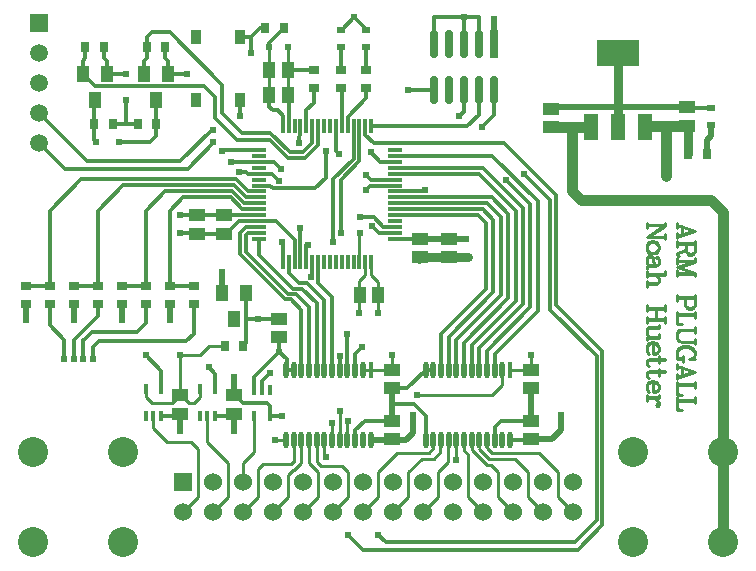
<source format=gtl>
%FSLAX25Y25*%
%MOIN*%
G70*
G01*
G75*
G04 Layer_Physical_Order=1*
G04 Layer_Color=255*
%ADD10R,0.05200X0.04250*%
%ADD11R,0.04250X0.05200*%
%ADD12R,0.03150X0.02362*%
%ADD13R,0.03400X0.03100*%
%ADD14R,0.03100X0.03400*%
%ADD15R,0.03200X0.05000*%
%ADD16R,0.04724X0.01181*%
%ADD17R,0.01181X0.04724*%
%ADD18R,0.01772X0.05709*%
%ADD19O,0.01772X0.05709*%
%ADD20R,0.14000X0.08900*%
%ADD21R,0.04700X0.08600*%
%ADD22R,0.04000X0.05500*%
%ADD23R,0.01600X0.03500*%
%ADD24R,0.02992X0.09449*%
%ADD25O,0.02992X0.09449*%
%ADD26C,0.01200*%
%ADD27C,0.02000*%
%ADD28C,0.03000*%
%ADD29C,0.01000*%
%ADD30C,0.03500*%
%ADD31R,0.06000X0.06000*%
%ADD32C,0.06000*%
%ADD33C,0.10000*%
%ADD34R,0.05906X0.05906*%
%ADD35C,0.05906*%
%ADD36C,0.02400*%
%ADD37C,0.03000*%
D10*
X129500Y60625D02*
D03*
Y54375D02*
D03*
X129500Y71375D02*
D03*
Y77625D02*
D03*
X182500Y158375D02*
D03*
Y164625D02*
D03*
X228000Y158875D02*
D03*
Y165125D02*
D03*
X92000Y94625D02*
D03*
Y88375D02*
D03*
X73500Y129000D02*
D03*
Y122750D02*
D03*
X64500Y122750D02*
D03*
Y129000D02*
D03*
X139000Y121250D02*
D03*
Y115000D02*
D03*
X148500Y121250D02*
D03*
Y115000D02*
D03*
X176000Y60625D02*
D03*
Y54375D02*
D03*
X176000Y71375D02*
D03*
Y77625D02*
D03*
X59000Y69125D02*
D03*
Y62875D02*
D03*
X77000Y69125D02*
D03*
Y62875D02*
D03*
D11*
X88750Y177500D02*
D03*
X95000D02*
D03*
X88750Y169000D02*
D03*
X95000D02*
D03*
X125125Y102500D02*
D03*
X118875D02*
D03*
D12*
X236000Y159146D02*
D03*
Y164854D02*
D03*
X121000Y185146D02*
D03*
Y190854D02*
D03*
X112500Y185146D02*
D03*
Y190854D02*
D03*
D13*
X103500Y177550D02*
D03*
Y171450D02*
D03*
X63500Y105550D02*
D03*
Y99450D02*
D03*
X47500Y105550D02*
D03*
Y99450D02*
D03*
X31500Y105550D02*
D03*
Y99450D02*
D03*
X15500Y105550D02*
D03*
Y99450D02*
D03*
X55500D02*
D03*
Y105550D02*
D03*
X39500Y99450D02*
D03*
Y105550D02*
D03*
X23500Y99450D02*
D03*
Y105550D02*
D03*
X7500Y99450D02*
D03*
Y105550D02*
D03*
X121000Y177550D02*
D03*
Y171450D02*
D03*
X112500Y177550D02*
D03*
Y171450D02*
D03*
D14*
X80050Y85500D02*
D03*
X73950D02*
D03*
X228450Y149500D02*
D03*
X234550D02*
D03*
X87450Y191500D02*
D03*
X93550D02*
D03*
X27450Y185000D02*
D03*
X33550D02*
D03*
X47950D02*
D03*
X54050D02*
D03*
X51050Y159500D02*
D03*
X44950D02*
D03*
X30450D02*
D03*
X36550D02*
D03*
D15*
X64400Y167500D02*
D03*
Y188500D02*
D03*
X79000Y167500D02*
D03*
Y188500D02*
D03*
D16*
X85362Y150764D02*
D03*
Y148795D02*
D03*
Y146827D02*
D03*
Y144858D02*
D03*
Y142890D02*
D03*
Y140921D02*
D03*
Y138953D02*
D03*
Y136984D02*
D03*
Y135016D02*
D03*
Y133047D02*
D03*
Y131079D02*
D03*
Y129110D02*
D03*
Y127142D02*
D03*
Y125173D02*
D03*
Y123205D02*
D03*
Y121236D02*
D03*
X130638D02*
D03*
Y123205D02*
D03*
Y125173D02*
D03*
Y127142D02*
D03*
Y129110D02*
D03*
Y131079D02*
D03*
Y133047D02*
D03*
Y135016D02*
D03*
Y136984D02*
D03*
Y138953D02*
D03*
Y140921D02*
D03*
Y142890D02*
D03*
Y144858D02*
D03*
Y146827D02*
D03*
Y148795D02*
D03*
Y150764D02*
D03*
D17*
X93236Y113362D02*
D03*
X95205D02*
D03*
X97173D02*
D03*
X99142D02*
D03*
X101110D02*
D03*
X103079D02*
D03*
X105047D02*
D03*
X107016D02*
D03*
X108984D02*
D03*
X110953D02*
D03*
X112921D02*
D03*
X114890D02*
D03*
X116858D02*
D03*
X118827D02*
D03*
X120795D02*
D03*
X122764D02*
D03*
Y158638D02*
D03*
X120795D02*
D03*
X118827D02*
D03*
X116858D02*
D03*
X114890D02*
D03*
X112921D02*
D03*
X110953D02*
D03*
X108984D02*
D03*
X107016D02*
D03*
X105047D02*
D03*
X103079D02*
D03*
X101110D02*
D03*
X99142D02*
D03*
X97173D02*
D03*
X95205D02*
D03*
X93236D02*
D03*
D18*
X122500Y77500D02*
D03*
X169000D02*
D03*
D19*
X119941D02*
D03*
X117382D02*
D03*
X114823D02*
D03*
X112264D02*
D03*
X109705D02*
D03*
X107146D02*
D03*
X104587D02*
D03*
X102027D02*
D03*
X99468D02*
D03*
X96909D02*
D03*
X94350D02*
D03*
X122500Y54272D02*
D03*
X119941D02*
D03*
X117382D02*
D03*
X114823D02*
D03*
X112264D02*
D03*
X109705D02*
D03*
X107146D02*
D03*
X104587D02*
D03*
X102027D02*
D03*
X99468D02*
D03*
X96909D02*
D03*
X94350D02*
D03*
X166441Y77500D02*
D03*
X163882D02*
D03*
X161323D02*
D03*
X158764D02*
D03*
X156205D02*
D03*
X153646D02*
D03*
X151087D02*
D03*
X148527D02*
D03*
X145968D02*
D03*
X143409D02*
D03*
X140850D02*
D03*
X169000Y54272D02*
D03*
X166441D02*
D03*
X163882D02*
D03*
X161323D02*
D03*
X158764D02*
D03*
X156205D02*
D03*
X153646D02*
D03*
X151087D02*
D03*
X148527D02*
D03*
X145968D02*
D03*
X143409D02*
D03*
X140850D02*
D03*
D20*
X205000Y183000D02*
D03*
D21*
X196000Y158600D02*
D03*
X205000D02*
D03*
X214000D02*
D03*
D22*
X73000Y103150D02*
D03*
X81000D02*
D03*
X77000Y94500D02*
D03*
X47000Y176150D02*
D03*
X55000D02*
D03*
X51000Y167500D02*
D03*
X26500Y176150D02*
D03*
X34500D02*
D03*
X30500Y167500D02*
D03*
D23*
X47500Y62300D02*
D03*
X50100D02*
D03*
X52700D02*
D03*
Y71000D02*
D03*
X47500D02*
D03*
X65500Y62300D02*
D03*
X68100D02*
D03*
X70700D02*
D03*
Y71000D02*
D03*
X65500D02*
D03*
X89000Y70700D02*
D03*
X86400D02*
D03*
X83800D02*
D03*
Y62000D02*
D03*
X89000D02*
D03*
D24*
X163500Y186000D02*
D03*
D25*
X158500D02*
D03*
X153500D02*
D03*
X148500D02*
D03*
X143500D02*
D03*
X163500Y170646D02*
D03*
X158500D02*
D03*
X153500D02*
D03*
X148500D02*
D03*
X143500D02*
D03*
D26*
Y195000D02*
X153500D01*
X143500Y186000D02*
Y195000D01*
X153500D02*
X158500D01*
Y186000D02*
Y195000D01*
X153500Y186000D02*
Y195000D01*
X103079Y109036D02*
Y113362D01*
X102647Y108604D02*
X103079Y109036D01*
X101110Y113362D02*
Y118890D01*
X101000Y119000D02*
X101110Y118890D01*
X101000Y119000D02*
X101542D01*
X86400Y73900D02*
X89000Y76500D01*
X86400Y70700D02*
Y73900D01*
X99142Y113362D02*
Y124642D01*
X105047Y106453D02*
Y113362D01*
X112500Y140954D02*
X118827Y147281D01*
Y158638D01*
X116858Y147858D02*
Y158638D01*
X110000Y141000D02*
X116858Y147858D01*
X110000Y120000D02*
Y141000D01*
X98571Y106429D02*
X101429D01*
X95205Y109795D02*
X98571Y106429D01*
X95205Y109795D02*
Y113362D01*
X64500Y129000D02*
X73500D01*
X96000Y101000D02*
X99468Y97532D01*
Y77500D02*
Y97532D01*
X97809Y102810D02*
X102027Y98592D01*
Y77500D02*
Y98592D01*
X99619Y104619D02*
X104587Y99652D01*
Y77500D02*
Y99652D01*
X101429Y106429D02*
X107146Y100712D01*
X130638Y136984D02*
X139984D01*
X140500Y137500D01*
X125000Y22500D02*
X127500Y20000D01*
X115000Y22500D02*
X120000Y17500D01*
X182468Y97532D02*
Y133997D01*
Y97532D02*
X198000Y82000D01*
X173732Y142732D02*
X182468Y133997D01*
X184268Y99268D02*
Y135732D01*
Y99268D02*
X199800Y83736D01*
Y25765D02*
Y83736D01*
X191535Y17500D02*
X199800Y25765D01*
X198000Y27500D02*
Y82000D01*
X120000Y17500D02*
X191535D01*
X190500Y20000D02*
X198000Y27500D01*
X127500Y20000D02*
X190500D01*
X167500Y140945D02*
X175810Y132635D01*
X163141Y148795D02*
X178279Y133657D01*
X130638Y148795D02*
X163141D01*
X160096Y144858D02*
X173342Y131612D01*
X130638Y144858D02*
X160096D01*
X158573Y142890D02*
X170874Y130590D01*
X130638Y142890D02*
X158573D01*
X162957Y135016D02*
X168405Y129567D01*
X130638Y135016D02*
X162957D01*
X161434Y133047D02*
X165937Y128545D01*
X130638Y133047D02*
X161434D01*
X130638Y131079D02*
X159912D01*
X130638Y129110D02*
X158390D01*
X178279Y97279D02*
Y133657D01*
X163882Y82882D02*
X178279Y97279D01*
X175810Y98301D02*
Y132635D01*
X161323Y83814D02*
X175810Y98301D01*
X173342Y99324D02*
Y131612D01*
X158764Y84746D02*
X173342Y99324D01*
X170874Y100346D02*
Y130590D01*
X156205Y85677D02*
X170874Y100346D01*
X168405Y101369D02*
Y129567D01*
X153646Y86609D02*
X168405Y101369D01*
X165937Y102391D02*
Y128545D01*
X151087Y87541D02*
X165937Y102391D01*
X145968Y77500D02*
Y89404D01*
X148527Y77500D02*
Y88472D01*
X151087Y77500D02*
Y87541D01*
X153646Y77500D02*
Y86609D01*
X156205Y77500D02*
Y85677D01*
X158764Y77500D02*
Y84746D01*
X161323Y77500D02*
Y83814D01*
X163882Y77500D02*
Y82882D01*
X34500Y176150D02*
Y180500D01*
X33550Y181450D02*
X34500Y180500D01*
X33550Y181450D02*
Y185000D01*
X54050Y181450D02*
Y185000D01*
Y181450D02*
X55000Y180500D01*
Y176150D02*
Y180500D01*
X51050Y159500D02*
Y167450D01*
Y155550D02*
Y159500D01*
X49000Y153500D02*
X51050Y155550D01*
X38500Y153500D02*
X49000D01*
X30450Y159500D02*
Y167450D01*
Y154150D02*
Y159500D01*
Y154150D02*
X31100Y153500D01*
X129500Y66000D02*
X137000D01*
X140850Y62150D01*
Y54272D02*
Y62150D01*
X120625Y60625D02*
X129500D01*
X117382Y57382D02*
X120625Y60625D01*
X117382Y54272D02*
Y57382D01*
X163882Y54272D02*
Y58382D01*
X166125Y60625D01*
X176000D01*
X129500Y71375D02*
X134725D01*
X140850Y77500D01*
X143409D01*
X63500Y89500D02*
Y99450D01*
X61000Y87000D02*
X63500Y89500D01*
X32000Y87000D02*
X61000D01*
X30000Y85000D02*
X32000Y87000D01*
X30000Y81000D02*
Y85000D01*
X47500Y93000D02*
Y99450D01*
X44500Y90000D02*
X47500Y93000D01*
X29500Y90000D02*
X44500D01*
X27000Y87500D02*
X29500Y90000D01*
X26800Y87500D02*
X27000D01*
X26800Y81000D02*
Y87500D01*
X15500Y92400D02*
X20400Y87500D01*
X15500Y92400D02*
Y99450D01*
X20400Y81000D02*
Y87500D01*
X31500Y95400D02*
Y99450D01*
X23600Y87500D02*
X31500Y95400D01*
X23600Y81000D02*
Y87500D01*
X83800Y75300D02*
X92000Y83500D01*
X83800Y70700D02*
Y75300D01*
X92000Y83500D02*
Y88375D01*
Y83500D02*
X94500Y81000D01*
Y77650D02*
Y81000D01*
X94350Y77500D02*
X94500Y77650D01*
X94350Y77500D02*
X96909D01*
X93236Y113362D02*
Y119764D01*
X85000Y94625D02*
X92000D01*
X81125D02*
X85000D01*
X81000Y86450D02*
Y103150D01*
X80050Y85500D02*
X81000Y86450D01*
X89000Y62000D02*
X92000D01*
X89000D02*
Y65500D01*
X88000Y66500D02*
X89000Y65500D01*
X80000Y66500D02*
X88000D01*
X77375Y69125D02*
X80000Y66500D01*
X77000Y69125D02*
X77375D01*
X70700Y62300D02*
X76425D01*
X52700D02*
X58425D01*
X169000Y54272D02*
X175897D01*
X85362Y115757D02*
X96500Y104619D01*
X85362Y115757D02*
Y121236D01*
X96500Y104619D02*
X99619D01*
X81705Y123205D02*
X85362D01*
X81000Y116809D02*
X95000Y102810D01*
X97809D01*
X81000Y122500D02*
X81705Y123205D01*
X81000Y116809D02*
Y122500D01*
X79000Y116000D02*
Y123046D01*
Y116000D02*
X94000Y101000D01*
X96000D01*
X73610Y129110D02*
X85362D01*
X74375Y122750D02*
X78767Y127142D01*
X64500Y122750D02*
X74375D01*
X59000Y129000D02*
X64500D01*
X64250Y123000D02*
X64500Y122750D01*
X59000Y123000D02*
X64250D01*
X39500Y105550D02*
X47500D01*
Y130500D01*
X54000Y137000D01*
X55500Y105550D02*
Y130500D01*
X60000Y135000D01*
X55500Y105550D02*
X63500D01*
X23500D02*
X31500D01*
Y130500D01*
X40000Y139000D01*
X7500Y105550D02*
X15500D01*
Y130500D01*
X26000Y141000D01*
X81516Y136984D02*
X85362D01*
X77500Y141000D02*
X81516Y136984D01*
X26000Y141000D02*
X77500D01*
X80939Y135016D02*
X85362D01*
X76954Y139000D02*
X80939Y135016D01*
X40000Y139000D02*
X76954D01*
X80362Y133047D02*
X85362D01*
X76409Y137000D02*
X80362Y133047D01*
X54000Y137000D02*
X76409D01*
X79785Y131079D02*
X85362D01*
X75863Y135000D02*
X79785Y131079D01*
X60000Y135000D02*
X75863D01*
X47500Y82500D02*
X52700Y77300D01*
Y71000D02*
Y77300D01*
X70700Y71000D02*
Y76300D01*
X68500Y78500D02*
X70700Y76300D01*
X78500Y143500D02*
X81000D01*
X81610Y142890D01*
X85362D01*
X76027Y146827D02*
X85362D01*
X76000Y146800D02*
X76027Y146827D01*
X41000Y159500D02*
Y167500D01*
X36550Y159500D02*
X41000D01*
X44950D01*
X99142Y155858D02*
Y158638D01*
X98500Y155217D02*
X99142Y155858D01*
X98500Y153000D02*
Y155217D01*
X95205Y158638D02*
Y168795D01*
X93236Y158638D02*
Y162264D01*
X91500Y164000D02*
X93236Y162264D01*
X90000Y164000D02*
X91500D01*
X88750Y165250D02*
X90000Y164000D01*
X88750Y165250D02*
Y169000D01*
X95500Y150000D02*
X100000D01*
X94923Y148032D02*
X100577D01*
X26500Y176150D02*
Y180500D01*
X27450Y181450D01*
Y185000D01*
X47000Y176150D02*
Y180500D01*
X48000Y181500D01*
X26500Y176150D02*
X30618Y172032D01*
X48000Y181500D02*
Y188500D01*
X49500Y190000D01*
X55500D01*
X95050Y177550D02*
X103500D01*
Y166500D02*
Y171450D01*
X101110Y164110D02*
X103500Y166500D01*
X101110Y158638D02*
Y164110D01*
X34500Y176150D02*
X41150D01*
X55000D02*
X61350D01*
X12000Y153000D02*
X20500Y144500D01*
X61500D01*
X70000Y153000D01*
Y153500D01*
X12000Y163000D02*
X28000Y147000D01*
X59000D01*
X69500Y157500D01*
X70000D01*
X121000Y137500D02*
X122453Y138953D01*
X130638D01*
X121000Y142500D02*
X122579Y140921D01*
X130638D01*
X159912Y131079D02*
X163468Y127523D01*
X148527Y88472D02*
X163468Y103413D01*
Y127523D01*
X158390Y129110D02*
X161000Y126500D01*
X145968Y89404D02*
X161000Y104436D01*
Y126500D01*
X123500Y153000D02*
X167000D01*
X184268Y135732D01*
X120795Y155705D02*
X123500Y153000D01*
X120795Y155705D02*
Y158638D01*
X122500Y150000D02*
X125673Y146827D01*
X130638D01*
X228271Y164854D02*
X236000D01*
X79000Y123046D02*
X81128Y125173D01*
X85362D01*
X78767Y127142D02*
X90858D01*
X97173Y120827D01*
Y113362D02*
Y120827D01*
X73000Y150500D02*
X73264Y150764D01*
X85362D01*
X112500Y123000D02*
Y140954D01*
X107146Y77500D02*
Y100712D01*
X109705Y77500D02*
Y101795D01*
X105047Y106453D02*
X109705Y101795D01*
X117382Y77500D02*
Y82882D01*
X119500Y85000D01*
X114823Y77500D02*
Y89177D01*
X112264Y77500D02*
Y82264D01*
X100000Y150000D02*
X103079Y153079D01*
Y158638D01*
X100577Y148032D02*
X105047Y152502D01*
Y158638D01*
X110953Y150547D02*
X112000Y149500D01*
X110953Y150547D02*
Y158638D01*
X112500Y177550D02*
Y185146D01*
X121000Y177550D02*
Y185146D01*
Y190854D02*
Y191000D01*
X117000Y195000D02*
X121000Y191000D01*
X112500Y190854D02*
X112854D01*
X117000Y195000D01*
X112921Y158638D02*
Y171029D01*
X112500Y171450D02*
X112921Y171029D01*
X114890Y158638D02*
Y161890D01*
X121000Y168000D01*
Y171450D01*
X88923Y154032D02*
X94923Y148032D01*
X77968Y154032D02*
X88923D01*
X79500Y156500D02*
X89000D01*
X95500Y150000D01*
X73000Y163000D02*
X79500Y156500D01*
X73000Y163000D02*
Y172500D01*
X55500Y190000D02*
X73000Y172500D01*
X70500Y161500D02*
X77968Y154032D01*
X70500Y161500D02*
Y168500D01*
X66968Y172032D02*
X70500Y168500D01*
X30618Y172032D02*
X66968D01*
X79000Y162000D02*
Y167500D01*
X88500Y186450D02*
X93550Y191500D01*
X88500Y185000D02*
Y186450D01*
X85500Y191500D02*
X87450D01*
X82500Y188500D02*
X85500Y191500D01*
X79000Y188500D02*
X82500D01*
Y183000D02*
Y188500D01*
X130638Y121236D02*
X138764D01*
X104100Y138100D02*
X107500Y141500D01*
Y150500D01*
X85362Y142890D02*
X89610D01*
X92000Y140500D01*
X123000Y125500D02*
X125295Y123205D01*
X130638D01*
X85362Y146827D02*
X90173D01*
X92500Y144500D01*
X119000Y128500D02*
X123500D01*
X126827Y125173D01*
X130638D01*
X85362Y138953D02*
X89047D01*
X89900Y138100D01*
X104100D01*
X163500Y162500D02*
Y170646D01*
X159500Y158500D02*
X163500Y162500D01*
X158500D02*
Y170646D01*
X154638Y158638D02*
X158500Y162500D01*
X122764Y158638D02*
X154638D01*
X153500Y163500D02*
Y170646D01*
X152000Y162000D02*
X153500Y163500D01*
X134854Y170646D02*
X143500D01*
D27*
X163500Y186000D02*
Y194500D01*
X139000Y121250D02*
X148500D01*
X73000Y103150D02*
Y110000D01*
X122500Y54272D02*
X134272D01*
X7500Y94000D02*
Y99450D01*
X23500Y94000D02*
Y99450D01*
X39500Y94000D02*
Y99450D01*
X55500Y94000D02*
Y99450D01*
X176000Y60625D02*
Y66000D01*
X186000Y57500D02*
Y62500D01*
X182875Y54375D02*
X186000Y57500D01*
X176000Y54375D02*
X182875D01*
X134272Y54272D02*
X136500Y56500D01*
Y62500D01*
X129500Y60625D02*
Y66000D01*
Y71375D01*
X77000Y57000D02*
Y62875D01*
X59000Y57000D02*
Y62875D01*
X205000Y165125D02*
X228000D01*
X183000D02*
X205000D01*
X176000Y66000D02*
Y71375D01*
X77000Y75000D02*
X77000Y75000D01*
Y69125D02*
Y75000D01*
X234550Y149500D02*
Y154050D01*
X236000Y155500D01*
Y159146D01*
X138875Y121125D02*
X139000Y121250D01*
X148500D02*
X154250D01*
D28*
X139000Y115000D02*
X148500D01*
X205000Y166000D02*
Y175500D01*
X205000Y183000D01*
X205000Y166000D02*
X205000Y165125D01*
Y158600D02*
Y165125D01*
X228450Y149500D02*
Y158425D01*
X228000Y158875D02*
X228450Y158425D01*
X138625Y114625D02*
X139000Y115000D01*
X148500D02*
X155000D01*
D29*
X114823Y60446D02*
X115000Y60623D01*
X114823Y54272D02*
Y60446D01*
X65500Y82500D02*
X68500Y85500D01*
X73950D01*
X65500Y68500D02*
Y71000D01*
X63500Y66500D02*
X65500Y68500D01*
X62000Y66500D02*
X63500D01*
X59375Y69125D02*
X62000Y66500D01*
X59000Y69125D02*
X59375D01*
X56375Y66500D02*
X59000Y69125D01*
X49500Y66500D02*
X56375D01*
X47500Y68500D02*
X49500Y66500D01*
X47500Y68500D02*
Y71000D01*
X76425Y62300D02*
X77000Y62875D01*
X58425Y62300D02*
X59000Y62875D01*
X50100Y58100D02*
X54700Y53500D01*
X60000Y30000D02*
X65000Y35000D01*
Y51000D01*
X62500Y53500D02*
X65000Y51000D01*
X54700Y53500D02*
X62500D01*
X50100Y58100D02*
Y62300D01*
X70000Y30000D02*
X75000Y35000D01*
Y46500D01*
X68100Y53400D02*
X75000Y46500D01*
X68100Y53400D02*
Y62300D01*
X80000Y40000D02*
Y46500D01*
X83800Y50300D01*
Y62000D01*
X88750Y169000D02*
Y177500D01*
X94875Y185000D02*
X95000Y184875D01*
X120795Y109295D02*
Y113362D01*
X122764Y109236D02*
Y113362D01*
Y109236D02*
X125125Y106875D01*
Y102500D02*
Y106875D01*
X96066Y46000D02*
X96736Y46670D01*
X86500Y46000D02*
X96066D01*
X85000Y44500D02*
X86500Y46000D01*
X85000Y35000D02*
Y44500D01*
X80000Y30000D02*
X85000Y35000D01*
X96894Y44000D02*
X99468Y46574D01*
X96500Y44000D02*
X96894D01*
X95000Y42500D02*
X96500Y44000D01*
X95000Y35000D02*
Y42500D01*
X90000Y30000D02*
X95000Y35000D01*
X102027Y46472D02*
X105000Y43500D01*
Y35000D02*
Y43500D01*
X100000Y30000D02*
X105000Y35000D01*
X104760Y46670D02*
X105930Y45500D01*
X113000D01*
X115000Y43500D01*
Y35000D02*
Y43500D01*
X110000Y30000D02*
X115000Y35000D01*
X185000D02*
X190000Y30000D01*
X185000Y35000D02*
Y43500D01*
X178583Y49917D02*
X185000Y43500D01*
X162894Y49917D02*
X178583D01*
X161323Y51488D02*
X162894Y49917D01*
X161323Y51488D02*
Y54272D01*
X175000Y35000D02*
X180000Y30000D01*
X175000Y35000D02*
Y43500D01*
X170583Y47917D02*
X175000Y43500D01*
X162065Y47917D02*
X170583D01*
X158764Y51219D02*
X162065Y47917D01*
X156378Y50776D02*
X161237Y45917D01*
X156378Y50776D02*
Y54098D01*
X156205Y54272D02*
X156378Y54098D01*
X155000Y35000D02*
X160000Y30000D01*
X153819Y50507D02*
X155000Y49326D01*
X153819Y50507D02*
Y54098D01*
X165000Y35000D02*
X170000Y30000D01*
X161237Y45917D02*
X162583D01*
X165000Y43500D01*
Y35000D02*
Y43500D01*
X155000Y35000D02*
Y49326D01*
X151087Y47587D02*
Y54272D01*
X148387Y54131D02*
X148527Y54272D01*
X148387Y46887D02*
Y54131D01*
X145000Y43500D02*
X148387Y46887D01*
X145000Y35000D02*
Y43500D01*
X140000Y30000D02*
X145000Y35000D01*
X135000D02*
Y43303D01*
X130000Y30000D02*
X135000Y35000D01*
X120000Y30000D02*
X125000Y35000D01*
Y43500D01*
X131417Y49917D01*
X141839D01*
X143236Y51315D01*
Y54098D01*
X143409Y54272D01*
X145795Y54098D02*
X145968Y54272D01*
X145795Y50170D02*
Y54098D01*
X143543Y47917D02*
X145795Y50170D01*
X139614Y47917D02*
X143543D01*
X135000Y43303D02*
X139614Y47917D01*
X107146Y48855D02*
Y54272D01*
Y48855D02*
X107500Y48500D01*
X109705Y54272D02*
Y59795D01*
X112264Y54272D02*
X112405Y54413D01*
Y63595D01*
X112264Y63736D02*
X112405Y63595D01*
X96909Y46843D02*
Y54272D01*
X99468Y46574D02*
Y54272D01*
X102027Y46472D02*
Y54272D01*
X104587Y46843D02*
Y54272D01*
X90772D02*
X94350D01*
X122500Y77500D02*
X129375D01*
X169000D02*
X175875D01*
X95000Y169000D02*
Y184875D01*
X88500Y177750D02*
X88750Y177500D01*
X88500Y177750D02*
Y185000D01*
X125000Y102375D02*
X125125Y102500D01*
X125000Y96500D02*
Y102375D01*
X118500Y107000D02*
X120795Y109295D01*
X119941Y77500D02*
X122500D01*
X129500Y77625D02*
Y82500D01*
X176000Y77625D02*
Y82500D01*
X166441Y72559D02*
Y77500D01*
X162882Y69000D02*
X166441Y72559D01*
X138000Y69000D02*
X162882D01*
X118827Y122827D02*
X119000Y123000D01*
X118827Y113362D02*
Y122827D01*
X118500Y96500D02*
Y107000D01*
X59000Y69125D02*
Y82500D01*
X59000Y82500D02*
X65500D01*
X230499Y123929D02*
X224500Y125929D01*
X230499Y123929D02*
X224500Y121930D01*
X229642Y123929D02*
X224500Y122215D01*
X226214Y125357D02*
Y122786D01*
X224500Y126500D02*
Y124786D01*
Y123072D02*
Y121358D01*
X230499Y119730D02*
X224500D01*
X230499Y119444D02*
X224500D01*
X230499Y120587D02*
Y117159D01*
X230213Y116302D01*
X229927Y116016D01*
X229356Y115731D01*
X228785D01*
X228214Y116016D01*
X227928Y116302D01*
X227642Y117159D01*
Y119444D01*
X230499Y117159D02*
X230213Y116588D01*
X229927Y116302D01*
X229356Y116016D01*
X228785D01*
X228214Y116302D01*
X227928Y116588D01*
X227642Y117159D01*
X224500Y120587D02*
Y118587D01*
X227642Y118016D02*
X227357Y117445D01*
X227071Y117159D01*
X225071Y116302D01*
X224786Y116016D01*
Y115731D01*
X225071Y115445D01*
X227357Y117445D02*
X226785Y117159D01*
X224786Y116588D01*
X224500Y116302D01*
Y115731D01*
X225071Y115445D01*
X225357D01*
X230499Y113817D02*
X224500D01*
X230499Y113531D02*
X225357Y111817D01*
X230499Y113817D02*
X224500Y111817D01*
X230499Y109818D02*
X224500Y111817D01*
X230499Y109818D02*
X224500D01*
X230499Y109532D02*
X224500D01*
X230499Y114674D02*
Y113531D01*
Y109818D02*
Y108675D01*
X224500Y114674D02*
Y112960D01*
Y110675D02*
Y108675D01*
X230499Y101734D02*
X224500D01*
X230499Y101448D02*
X224500D01*
X230499Y102591D02*
Y99163D01*
X230213Y98306D01*
X229927Y98020D01*
X229356Y97735D01*
X228499D01*
X227928Y98020D01*
X227642Y98306D01*
X227357Y99163D01*
Y101448D01*
X230499Y99163D02*
X230213Y98592D01*
X229927Y98306D01*
X229356Y98020D01*
X228499D01*
X227928Y98306D01*
X227642Y98592D01*
X227357Y99163D01*
X224500Y102591D02*
Y100591D01*
X230499Y96078D02*
X224500D01*
X230499Y95792D02*
X224500D01*
X230499Y96935D02*
Y94935D01*
X224500Y96935D02*
Y92650D01*
X226214D01*
X224500Y92936D01*
X230499Y90936D02*
X226214D01*
X225357Y90650D01*
X224786Y90079D01*
X224500Y89222D01*
Y88651D01*
X224786Y87794D01*
X225357Y87223D01*
X226214Y86937D01*
X230499D01*
Y90650D02*
X226214D01*
X225357Y90365D01*
X224786Y89794D01*
X224500Y89222D01*
X230499Y91793D02*
Y89794D01*
Y87794D02*
Y86080D01*
X229642Y81367D02*
X228785Y81081D01*
X230499D01*
X229642Y81367D01*
X230213Y81938D01*
X230499Y82795D01*
Y83366D01*
X230213Y84223D01*
X229642Y84795D01*
X229070Y85080D01*
X228214Y85366D01*
X226785D01*
X225928Y85080D01*
X225357Y84795D01*
X224786Y84223D01*
X224500Y83366D01*
Y82795D01*
X224786Y81938D01*
X225357Y81367D01*
X230499Y83366D02*
X230213Y83938D01*
X229642Y84509D01*
X229070Y84795D01*
X228214Y85080D01*
X226785D01*
X225928Y84795D01*
X225357Y84509D01*
X224786Y83938D01*
X224500Y83366D01*
X226785Y81367D02*
X224500D01*
X226785Y81081D02*
X224500D01*
X226785Y82224D02*
Y80224D01*
X230499Y76882D02*
X224500Y78882D01*
X230499Y76882D02*
X224500Y74883D01*
X229642Y76882D02*
X224500Y75168D01*
X226214Y78310D02*
Y75739D01*
X224500Y79453D02*
Y77739D01*
Y76025D02*
Y74311D01*
X230499Y72683D02*
X224500D01*
X230499Y72397D02*
X224500D01*
X230499Y73540D02*
Y71540D01*
X224500Y73540D02*
Y69255D01*
X226214D01*
X224500Y69541D01*
X230499Y67541D02*
X224500D01*
X230499Y67256D02*
X224500D01*
X230499Y68398D02*
Y66399D01*
X224500Y68398D02*
Y64113D01*
X226214D01*
X224500Y64399D01*
X220499Y125643D02*
X214500D01*
X220499Y125357D02*
X215071Y121930D01*
X219927Y125357D02*
X214500Y121930D01*
X220499D02*
X214500D01*
X220499Y126500D02*
Y125357D01*
Y122786D02*
Y121073D01*
X214500Y126500D02*
Y124786D01*
X218499Y118616D02*
X218214Y119473D01*
X217642Y120044D01*
X216785Y120330D01*
X216214D01*
X215357Y120044D01*
X214786Y119473D01*
X214500Y118616D01*
Y118045D01*
X214786Y117188D01*
X215357Y116616D01*
X216214Y116331D01*
X216785D01*
X217642Y116616D01*
X218214Y117188D01*
X218499Y118045D01*
Y118616D01*
X218214Y119187D01*
X217642Y119759D01*
X216785Y120044D01*
X216214D01*
X215357Y119759D01*
X214786Y119187D01*
X214500Y118616D01*
Y118045D02*
X214786Y117473D01*
X215357Y116902D01*
X216214Y116616D01*
X216785D01*
X217642Y116902D01*
X218214Y117473D01*
X218499Y118045D01*
X217928Y114874D02*
X217642D01*
Y115160D01*
X217928D01*
X218214Y114874D01*
X218499Y114303D01*
Y113160D01*
X218214Y112589D01*
X217928Y112303D01*
X217356Y112017D01*
X215357D01*
X214786Y111732D01*
X214500Y111446D01*
X217928Y112303D02*
X215357D01*
X214786Y112017D01*
X214500Y111446D01*
Y111160D01*
X217356Y112303D02*
X217071Y112589D01*
X216785Y114303D01*
X216500Y115160D01*
X215928Y115445D01*
X215357D01*
X214786Y115160D01*
X214500Y114303D01*
Y113446D01*
X214786Y112874D01*
X215357Y112303D01*
X216785Y114303D02*
X216500Y114874D01*
X215928Y115160D01*
X215357D01*
X214786Y114874D01*
X214500Y114303D01*
X220499Y109447D02*
X214500D01*
X220499Y109161D02*
X214500D01*
X217642D02*
X218214Y108589D01*
X218499Y107733D01*
Y107161D01*
X218214Y106304D01*
X217642Y106019D01*
X214500D01*
X218499Y107161D02*
X218214Y106590D01*
X217642Y106304D01*
X214500D01*
X220499Y110303D02*
Y109161D01*
X214500Y110303D02*
Y108304D01*
Y107161D02*
Y105162D01*
X220499Y98135D02*
X214500D01*
X220499Y97849D02*
X214500D01*
X220499Y94421D02*
X214500D01*
X220499Y94135D02*
X214500D01*
X220499Y98992D02*
Y96992D01*
Y95278D02*
Y93278D01*
X217642Y97849D02*
Y94421D01*
X214500Y98992D02*
Y96992D01*
Y95278D02*
Y93278D01*
X218499Y91707D02*
X215357D01*
X214786Y91422D01*
X214500Y90565D01*
Y89994D01*
X214786Y89137D01*
X215357Y88565D01*
X218499Y91422D02*
X215357D01*
X214786Y91136D01*
X214500Y90565D01*
X218499Y88565D02*
X214500D01*
X218499Y88280D02*
X214500D01*
X218499Y92564D02*
Y91422D01*
Y89422D02*
Y88280D01*
X214500Y88565D02*
Y87423D01*
X216785Y86366D02*
Y82938D01*
X217356D01*
X217928Y83224D01*
X218214Y83509D01*
X218499Y84080D01*
Y84938D01*
X218214Y85794D01*
X217642Y86366D01*
X216785Y86651D01*
X216214D01*
X215357Y86366D01*
X214786Y85794D01*
X214500Y84938D01*
Y84366D01*
X214786Y83509D01*
X215357Y82938D01*
X216785Y83224D02*
X217642D01*
X218214Y83509D01*
X218499Y84938D02*
X218214Y85509D01*
X217642Y86080D01*
X216785Y86366D01*
X216214D01*
X215357Y86080D01*
X214786Y85509D01*
X214500Y84938D01*
Y80310D02*
X214786Y80595D01*
X215643Y80881D01*
X220499D01*
Y81167D01*
X215643D01*
X214786Y80881D01*
X214500Y80310D01*
Y79739D01*
X214786Y79167D01*
X215357Y78882D01*
X218499Y82024D02*
Y79739D01*
X214500Y76196D02*
X214786Y76482D01*
X215643Y76768D01*
X220499D01*
Y77053D01*
X215643D01*
X214786Y76768D01*
X214500Y76196D01*
Y75625D01*
X214786Y75054D01*
X215357Y74768D01*
X218499Y77910D02*
Y75625D01*
X216785Y73511D02*
Y70083D01*
X217356D01*
X217928Y70369D01*
X218214Y70655D01*
X218499Y71226D01*
Y72083D01*
X218214Y72940D01*
X217642Y73511D01*
X216785Y73797D01*
X216214D01*
X215357Y73511D01*
X214786Y72940D01*
X214500Y72083D01*
Y71512D01*
X214786Y70655D01*
X215357Y70083D01*
X216785Y70369D02*
X217642D01*
X218214Y70655D01*
X218499Y72083D02*
X218214Y72654D01*
X217642Y73226D01*
X216785Y73511D01*
X216214D01*
X215357Y73226D01*
X214786Y72654D01*
X214500Y72083D01*
X218499Y68313D02*
X214500D01*
X218499Y68027D02*
X214500D01*
X216785D02*
X217642Y67741D01*
X218214Y67170D01*
X218499Y66599D01*
Y65742D01*
X218214Y65456D01*
X217928D01*
X217642Y65742D01*
X217928Y66027D01*
X218214Y65742D01*
X218499Y69169D02*
Y68027D01*
X214500Y69169D02*
Y67170D01*
D30*
X182500Y158375D02*
X189137D01*
X240000Y20000D02*
Y50000D01*
X221000Y142000D02*
Y158875D01*
X214275D02*
X221000D01*
X228000D01*
X189500Y137000D02*
Y158375D01*
X195775D01*
X189500Y137000D02*
X192500Y134000D01*
X236000D01*
X240000Y130000D01*
Y50000D02*
Y130000D01*
D31*
X60000Y40000D02*
D03*
D32*
X70000Y30000D02*
D03*
X80000D02*
D03*
X90000D02*
D03*
X100000D02*
D03*
X110000D02*
D03*
X120000D02*
D03*
X130000D02*
D03*
X140000D02*
D03*
X150000D02*
D03*
X160000D02*
D03*
X170000D02*
D03*
X180000D02*
D03*
X190000D02*
D03*
X60000D02*
D03*
X70000Y40000D02*
D03*
X80000D02*
D03*
X90000D02*
D03*
X100000D02*
D03*
X110000D02*
D03*
X120000D02*
D03*
X130000D02*
D03*
X140000D02*
D03*
X150000D02*
D03*
X190000D02*
D03*
X170000D02*
D03*
X160000D02*
D03*
X180000D02*
D03*
D33*
X240000Y50000D02*
D03*
Y20000D02*
D03*
X210000Y50000D02*
D03*
Y20000D02*
D03*
X40000Y50000D02*
D03*
Y20000D02*
D03*
X10000Y50000D02*
D03*
Y20000D02*
D03*
D34*
X12000Y193000D02*
D03*
D35*
Y183000D02*
D03*
Y173000D02*
D03*
Y163000D02*
D03*
Y153000D02*
D03*
D36*
X153500Y195000D02*
D03*
X163500Y194500D02*
D03*
X102647Y108604D02*
D03*
X101542Y119000D02*
D03*
X89000Y76500D02*
D03*
X99142Y124642D02*
D03*
X110000Y120000D02*
D03*
X140500Y137500D02*
D03*
X173732Y142732D02*
D03*
X125000Y22500D02*
D03*
X115000D02*
D03*
X167500Y140945D02*
D03*
X38500Y153500D02*
D03*
X31100D02*
D03*
X115000Y60623D02*
D03*
X30000Y81000D02*
D03*
X26800D02*
D03*
X20400D02*
D03*
X23600D02*
D03*
X92000Y83500D02*
D03*
X73000Y110000D02*
D03*
X93000Y120000D02*
D03*
X85000Y94625D02*
D03*
X7500Y94000D02*
D03*
X23500D02*
D03*
X39500D02*
D03*
X55500D02*
D03*
X93000Y62000D02*
D03*
X186000Y62500D02*
D03*
X136500D02*
D03*
X129500Y66000D02*
D03*
X77000Y57000D02*
D03*
X59000D02*
D03*
X94875Y185000D02*
D03*
X151087Y47587D02*
D03*
X107500Y48500D02*
D03*
X109705Y59795D02*
D03*
X112264Y63736D02*
D03*
X90772Y54272D02*
D03*
X176000Y66000D02*
D03*
X59000Y129000D02*
D03*
Y123000D02*
D03*
X47500Y82500D02*
D03*
X68500Y78500D02*
D03*
X78500Y143500D02*
D03*
X76000Y146800D02*
D03*
X41000Y167500D02*
D03*
X98500Y153000D02*
D03*
X88500Y185000D02*
D03*
X41150Y176150D02*
D03*
X61350D02*
D03*
X70000Y153500D02*
D03*
Y157500D02*
D03*
X121000Y142500D02*
D03*
X121000Y137500D02*
D03*
X125000Y96500D02*
D03*
X129500Y82500D02*
D03*
X176000D02*
D03*
X138000Y69000D02*
D03*
X119000Y123000D02*
D03*
X122500Y150000D02*
D03*
X77000Y75000D02*
D03*
X73000Y150500D02*
D03*
X118500Y96500D02*
D03*
X112500Y123000D02*
D03*
X119500Y85000D02*
D03*
X114500Y89500D02*
D03*
X112264Y82264D02*
D03*
X205000Y166000D02*
D03*
Y175500D02*
D03*
X107500Y150500D02*
D03*
X112000Y149500D02*
D03*
X117000Y195000D02*
D03*
X79000Y162000D02*
D03*
X82500Y183000D02*
D03*
X59000Y82500D02*
D03*
X155000Y115000D02*
D03*
X154250Y121250D02*
D03*
X92000Y140500D02*
D03*
X123000Y125500D02*
D03*
X92500Y144500D02*
D03*
X119000Y128500D02*
D03*
X159500Y158500D02*
D03*
X152000Y162000D02*
D03*
X134854Y170646D02*
D03*
D37*
X221000Y142000D02*
D03*
Y152000D02*
D03*
M02*

</source>
